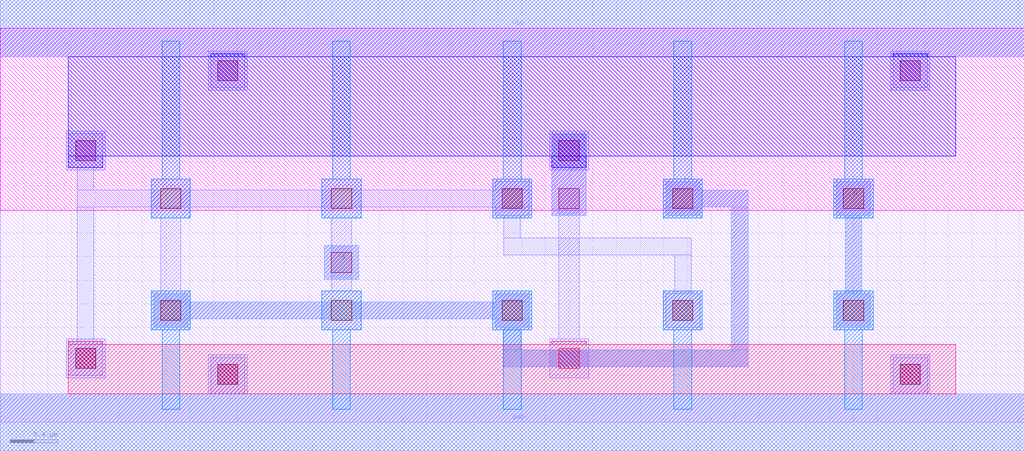
<source format=lef>
MACRO MUX2X1
 CLASS CORE ;
 FOREIGN MUX2X1 0 0 ;
 ORIGIN 0 0 ;
 SYMMETRY X Y R90 ;
 SITE UNIT ;
  PIN VDD
   DIRECTION INOUT ;
   USE SIGNAL ;
   SHAPE ABUTMENT ;
    PORT
     CLASS CORE ;
       LAYER metal2 ;
        RECT 0.00000000 3.09000000 8.64000000 3.57000000 ;
    END
  END VDD

  PIN GND
   DIRECTION INOUT ;
   USE SIGNAL ;
   SHAPE ABUTMENT ;
    PORT
     CLASS CORE ;
       LAYER metal2 ;
        RECT 0.00000000 -0.24000000 8.64000000 0.24000000 ;
    END
  END GND

  PIN Y
   DIRECTION INOUT ;
   USE SIGNAL ;
   SHAPE ABUTMENT ;
    PORT
     CLASS CORE ;
       LAYER metal2 ;
        RECT 4.65500000 1.74500000 4.94500000 2.44000000 ;
    END
  END Y

  PIN B
   DIRECTION INOUT ;
   USE SIGNAL ;
   SHAPE ABUTMENT ;
    PORT
     CLASS CORE ;
       LAYER metal2 ;
        RECT 7.05500000 0.80000000 7.34500000 1.09000000 ;
        RECT 7.13000000 1.09000000 7.27000000 1.74500000 ;
        RECT 7.05500000 1.74500000 7.34500000 2.03500000 ;
    END
  END B

  PIN S
   DIRECTION INOUT ;
   USE SIGNAL ;
   SHAPE ABUTMENT ;
    PORT
     CLASS CORE ;
       LAYER metal2 ;
        RECT 4.25000000 0.47000000 6.31000000 0.61000000 ;
        RECT 4.25000000 0.61000000 4.39000000 0.80000000 ;
        RECT 1.29500000 0.80000000 1.58500000 0.87500000 ;
        RECT 4.17500000 0.80000000 4.46500000 0.87500000 ;
        RECT 1.29500000 0.87500000 4.46500000 1.01500000 ;
        RECT 1.29500000 1.01500000 1.58500000 1.09000000 ;
        RECT 4.17500000 1.01500000 4.46500000 1.09000000 ;
        RECT 5.61500000 1.74500000 5.90500000 1.82000000 ;
        RECT 6.17000000 0.61000000 6.31000000 1.82000000 ;
        RECT 5.61500000 1.82000000 6.31000000 1.96000000 ;
        RECT 5.61500000 1.96000000 5.90500000 2.03500000 ;
    END
  END S

  PIN A
   DIRECTION INOUT ;
   USE SIGNAL ;
   SHAPE ABUTMENT ;
    PORT
     CLASS CORE ;
       LAYER metal2 ;
        RECT 2.73500000 1.20500000 3.02500000 1.49500000 ;
    END
  END A

  OBS
   LAYER abutment_box ;
    RECT 0.00000000 0.00000000 8.64000000 3.33000000 ;
  END

  OBS
   LAYER metal1 ;
    RECT 1.75500000 0.24000000 2.08500000 0.57000000 ;
    RECT 7.51500000 0.24000000 7.84500000 0.57000000 ;
    RECT 0.55500000 0.37500000 0.88500000 0.70500000 ;
    RECT 4.15500000 0.78000000 4.48500000 1.11000000 ;
    RECT 5.59500000 0.78000000 5.92500000 1.11000000 ;
    RECT 7.03500000 0.78000000 7.36500000 1.11000000 ;
    RECT 4.63500000 0.37500000 4.96500000 0.70500000 ;
    RECT 4.71500000 0.70500000 4.88500000 1.97500000 ;
    RECT 1.27500000 0.78000000 1.60500000 1.11000000 ;
    RECT 1.35500000 1.11000000 1.52500000 1.72500000 ;
    RECT 1.27500000 1.72500000 1.60500000 2.05500000 ;
    RECT 2.71500000 0.78000000 3.04500000 1.11000000 ;
    RECT 2.79500000 1.11000000 2.96500000 1.72500000 ;
    RECT 2.71500000 1.72500000 3.04500000 2.05500000 ;
    RECT 4.15500000 1.72500000 4.48500000 2.05500000 ;
    RECT 5.59500000 1.72500000 5.92500000 2.05500000 ;
    RECT 7.03500000 1.72500000 7.36500000 2.05500000 ;
    RECT 0.55500000 2.13000000 0.88500000 2.46000000 ;
    RECT 4.63500000 2.13000000 4.96500000 2.46000000 ;
    RECT 1.75500000 2.80500000 2.08500000 3.13500000 ;
    RECT 7.51500000 2.80500000 7.84500000 3.13500000 ;
  END

  OBS
   LAYER metal1_label ;

  END

  OBS
   LAYER metal1_pin ;

  END

  OBS
   LAYER metal2 ;
    RECT 0.00000000 -0.24000000 8.64000000 0.24000000 ;
    RECT 1.77500000 0.24000000 2.06500000 0.55000000 ;
    RECT 7.53500000 0.24000000 7.82500000 0.55000000 ;
    RECT 2.73500000 1.20500000 3.02500000 1.49500000 ;
    RECT 4.25000000 0.47000000 6.31000000 0.61000000 ;
    RECT 4.25000000 0.61000000 4.39000000 0.80000000 ;
    RECT 1.29500000 0.80000000 1.58500000 0.87500000 ;
    RECT 4.17500000 0.80000000 4.46500000 0.87500000 ;
    RECT 1.29500000 0.87500000 4.46500000 1.01500000 ;
    RECT 1.29500000 1.01500000 1.58500000 1.09000000 ;
    RECT 4.17500000 1.01500000 4.46500000 1.09000000 ;
    RECT 5.61500000 1.74500000 5.90500000 1.82000000 ;
    RECT 6.17000000 0.61000000 6.31000000 1.82000000 ;
    RECT 5.61500000 1.82000000 6.31000000 1.96000000 ;
    RECT 5.61500000 1.96000000 5.90500000 2.03500000 ;
    RECT 7.05500000 0.80000000 7.34500000 1.09000000 ;
    RECT 7.13000000 1.09000000 7.27000000 1.74500000 ;
    RECT 7.05500000 1.74500000 7.34500000 2.03500000 ;
    RECT 0.57500000 0.39500000 0.86500000 0.68500000 ;
    RECT 5.61500000 0.80000000 5.90500000 1.09000000 ;
    RECT 5.69000000 1.09000000 5.83000000 1.41500000 ;
    RECT 4.25000000 1.41500000 5.83000000 1.55500000 ;
    RECT 4.25000000 1.55500000 4.39000000 1.74500000 ;
    RECT 0.65000000 0.68500000 0.79000000 1.82000000 ;
    RECT 4.17500000 1.74500000 4.46500000 1.82000000 ;
    RECT 0.65000000 1.82000000 4.46500000 1.96000000 ;
    RECT 4.17500000 1.96000000 4.46500000 2.03500000 ;
    RECT 0.65000000 1.96000000 0.79000000 2.15000000 ;
    RECT 0.57500000 2.15000000 0.86500000 2.44000000 ;
    RECT 4.65500000 1.74500000 4.94500000 2.44000000 ;
    RECT 1.77500000 2.82500000 2.06500000 3.09000000 ;
    RECT 7.53500000 2.82500000 7.82500000 3.09000000 ;
    RECT 0.00000000 3.09000000 8.64000000 3.57000000 ;
  END

  OBS
   LAYER metal2_label ;

  END

  OBS
   LAYER metal2_pin ;
    RECT 0.00000000 -0.24000000 8.64000000 0.24000000 ;
    RECT 2.73500000 1.20500000 3.02500000 1.49500000 ;
    RECT 4.25000000 0.47000000 6.31000000 0.61000000 ;
    RECT 4.25000000 0.61000000 4.39000000 0.80000000 ;
    RECT 1.29500000 0.80000000 1.58500000 0.87500000 ;
    RECT 4.17500000 0.80000000 4.46500000 0.87500000 ;
    RECT 1.29500000 0.87500000 4.46500000 1.01500000 ;
    RECT 1.29500000 1.01500000 1.58500000 1.09000000 ;
    RECT 4.17500000 1.01500000 4.46500000 1.09000000 ;
    RECT 5.61500000 1.74500000 5.90500000 1.82000000 ;
    RECT 6.17000000 0.61000000 6.31000000 1.82000000 ;
    RECT 5.61500000 1.82000000 6.31000000 1.96000000 ;
    RECT 5.61500000 1.96000000 5.90500000 2.03500000 ;
    RECT 7.05500000 0.80000000 7.34500000 1.09000000 ;
    RECT 7.13000000 1.09000000 7.27000000 1.74500000 ;
    RECT 7.05500000 1.74500000 7.34500000 2.03500000 ;
    RECT 4.65500000 1.74500000 4.94500000 2.44000000 ;
    RECT 0.00000000 3.09000000 8.64000000 3.57000000 ;
  END

  OBS
   LAYER ndiff_contact ;
    RECT 1.83500000 0.32000000 2.00500000 0.49000000 ;
    RECT 7.59500000 0.32000000 7.76500000 0.49000000 ;
    RECT 0.63500000 0.45500000 0.80500000 0.62500000 ;
    RECT 4.71500000 0.45500000 4.88500000 0.62500000 ;
  END

  OBS
   LAYER ndiffusion ;
    RECT 0.57500000 0.24000000 8.06500000 0.66000000 ;
    RECT 0.57500000 0.66000000 0.86500000 0.68500000 ;
    RECT 4.65500000 0.66000000 4.94500000 0.68500000 ;
  END

  OBS
   LAYER nplus ;

  END

  OBS
   LAYER nwell ;
    RECT 0.00000000 1.79000000 8.64000000 3.33000000 ;
  END

  OBS
   LAYER pdiff_contact ;
    RECT 0.63500000 2.21000000 0.80500000 2.38000000 ;
    RECT 4.71500000 2.21000000 4.88500000 2.38000000 ;
    RECT 1.83500000 2.88500000 2.00500000 3.05500000 ;
    RECT 7.59500000 2.88500000 7.76500000 3.05500000 ;
  END

  OBS
   LAYER pdiffusion ;
    RECT 0.57500000 2.15000000 0.86500000 2.25000000 ;
    RECT 4.65500000 2.15000000 4.94500000 2.25000000 ;
    RECT 0.57500000 2.25000000 8.06500000 3.09000000 ;
    RECT 1.77500000 3.09000000 2.06500000 3.11500000 ;
    RECT 7.53500000 3.09000000 7.82500000 3.11500000 ;
  END

  OBS
   LAYER poly ;
    RECT 1.36500000 0.11000000 1.51500000 0.78000000 ;
    RECT 1.27500000 0.78000000 1.60500000 1.11000000 ;
    RECT 2.80500000 0.11000000 2.95500000 0.78000000 ;
    RECT 2.71500000 0.78000000 3.04500000 1.11000000 ;
    RECT 4.24500000 0.11000000 4.39500000 0.78000000 ;
    RECT 4.15500000 0.78000000 4.48500000 1.11000000 ;
    RECT 5.68500000 0.11000000 5.83500000 0.78000000 ;
    RECT 5.59500000 0.78000000 5.92500000 1.11000000 ;
    RECT 7.12500000 0.11000000 7.27500000 0.78000000 ;
    RECT 7.03500000 0.78000000 7.36500000 1.11000000 ;
    RECT 1.27500000 1.72500000 1.60500000 2.05500000 ;
    RECT 1.36500000 2.05500000 1.51500000 3.22000000 ;
    RECT 2.71500000 1.72500000 3.04500000 2.05500000 ;
    RECT 2.80500000 2.05500000 2.95500000 3.22000000 ;
    RECT 4.15500000 1.72500000 4.48500000 2.05500000 ;
    RECT 4.24500000 2.05500000 4.39500000 3.22000000 ;
    RECT 5.59500000 1.72500000 5.92500000 2.05500000 ;
    RECT 5.68500000 2.05500000 5.83500000 3.22000000 ;
    RECT 7.03500000 1.72500000 7.36500000 2.05500000 ;
    RECT 7.12500000 2.05500000 7.27500000 3.22000000 ;
  END

  OBS
   LAYER poly_contact ;
    RECT 1.35500000 0.86000000 1.52500000 1.03000000 ;
    RECT 2.79500000 0.86000000 2.96500000 1.03000000 ;
    RECT 4.23500000 0.86000000 4.40500000 1.03000000 ;
    RECT 5.67500000 0.86000000 5.84500000 1.03000000 ;
    RECT 7.11500000 0.86000000 7.28500000 1.03000000 ;
    RECT 1.35500000 1.80500000 1.52500000 1.97500000 ;
    RECT 2.79500000 1.80500000 2.96500000 1.97500000 ;
    RECT 4.23500000 1.80500000 4.40500000 1.97500000 ;
    RECT 5.67500000 1.80500000 5.84500000 1.97500000 ;
    RECT 7.11500000 1.80500000 7.28500000 1.97500000 ;
  END

  OBS
   LAYER pplus ;

  END

  OBS
   LAYER via1 ;
    RECT 1.83500000 0.32000000 2.00500000 0.49000000 ;
    RECT 7.59500000 0.32000000 7.76500000 0.49000000 ;
    RECT 0.63500000 0.45500000 0.80500000 0.62500000 ;
    RECT 1.35500000 0.86000000 1.52500000 1.03000000 ;
    RECT 4.23500000 0.86000000 4.40500000 1.03000000 ;
    RECT 5.67500000 0.86000000 5.84500000 1.03000000 ;
    RECT 7.11500000 0.86000000 7.28500000 1.03000000 ;
    RECT 2.79500000 1.26500000 2.96500000 1.43500000 ;
    RECT 4.23500000 1.80500000 4.40500000 1.97500000 ;
    RECT 4.71500000 1.80500000 4.88500000 1.97500000 ;
    RECT 5.67500000 1.80500000 5.84500000 1.97500000 ;
    RECT 7.11500000 1.80500000 7.28500000 1.97500000 ;
    RECT 0.63500000 2.21000000 0.80500000 2.38000000 ;
    RECT 4.71500000 2.21000000 4.88500000 2.38000000 ;
    RECT 1.83500000 2.88500000 2.00500000 3.05500000 ;
    RECT 7.59500000 2.88500000 7.76500000 3.05500000 ;
  END

END MUX2X1

</source>
